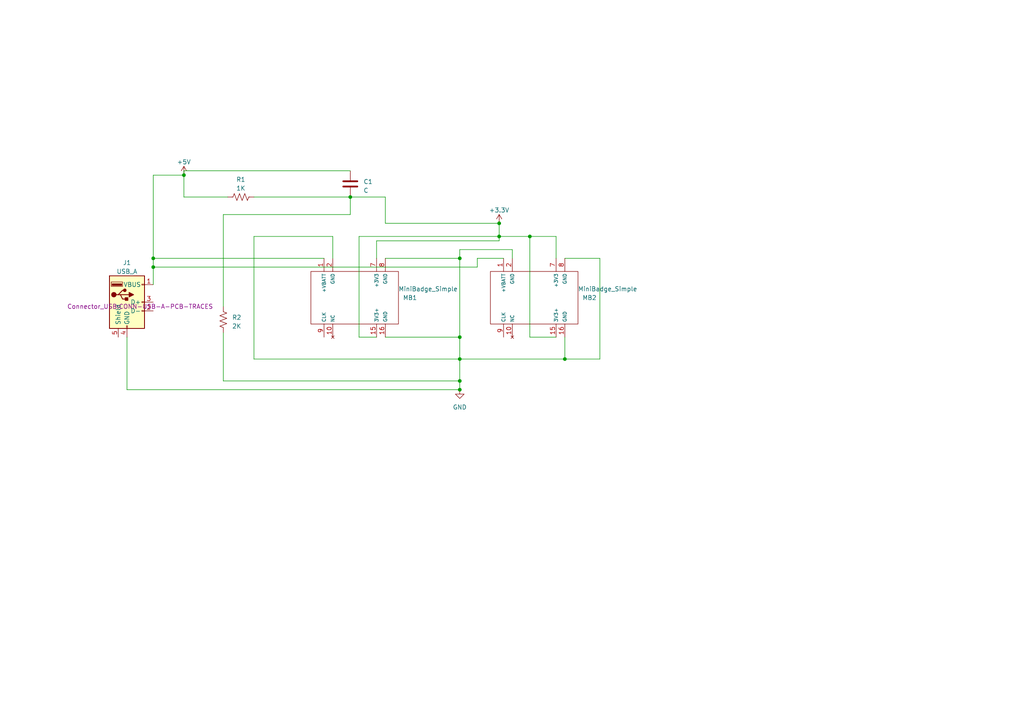
<source format=kicad_sch>
(kicad_sch (version 20230121) (generator eeschema)

  (uuid 88cd3d5f-026e-4019-b22a-b3ae61dfb96c)

  (paper "A4")

  (lib_symbols
    (symbol "Connector:USB_A" (pin_names (offset 1.016)) (in_bom yes) (on_board yes)
      (property "Reference" "J" (at -5.08 11.43 0)
        (effects (font (size 1.27 1.27)) (justify left))
      )
      (property "Value" "USB_A" (at -5.08 8.89 0)
        (effects (font (size 1.27 1.27)) (justify left))
      )
      (property "Footprint" "" (at 3.81 -1.27 0)
        (effects (font (size 1.27 1.27)) hide)
      )
      (property "Datasheet" " ~" (at 3.81 -1.27 0)
        (effects (font (size 1.27 1.27)) hide)
      )
      (property "ki_keywords" "connector USB" (at 0 0 0)
        (effects (font (size 1.27 1.27)) hide)
      )
      (property "ki_description" "USB Type A connector" (at 0 0 0)
        (effects (font (size 1.27 1.27)) hide)
      )
      (property "ki_fp_filters" "USB*" (at 0 0 0)
        (effects (font (size 1.27 1.27)) hide)
      )
      (symbol "USB_A_0_1"
        (rectangle (start -5.08 -7.62) (end 5.08 7.62)
          (stroke (width 0.254) (type default))
          (fill (type background))
        )
        (circle (center -3.81 2.159) (radius 0.635)
          (stroke (width 0.254) (type default))
          (fill (type outline))
        )
        (rectangle (start -1.524 4.826) (end -4.318 5.334)
          (stroke (width 0) (type default))
          (fill (type outline))
        )
        (rectangle (start -1.27 4.572) (end -4.572 5.842)
          (stroke (width 0) (type default))
          (fill (type none))
        )
        (circle (center -0.635 3.429) (radius 0.381)
          (stroke (width 0.254) (type default))
          (fill (type outline))
        )
        (rectangle (start -0.127 -7.62) (end 0.127 -6.858)
          (stroke (width 0) (type default))
          (fill (type none))
        )
        (polyline
          (pts
            (xy -3.175 2.159)
            (xy -2.54 2.159)
            (xy -1.27 3.429)
            (xy -0.635 3.429)
          )
          (stroke (width 0.254) (type default))
          (fill (type none))
        )
        (polyline
          (pts
            (xy -2.54 2.159)
            (xy -1.905 2.159)
            (xy -1.27 0.889)
            (xy 0 0.889)
          )
          (stroke (width 0.254) (type default))
          (fill (type none))
        )
        (polyline
          (pts
            (xy 0.635 2.794)
            (xy 0.635 1.524)
            (xy 1.905 2.159)
            (xy 0.635 2.794)
          )
          (stroke (width 0.254) (type default))
          (fill (type outline))
        )
        (rectangle (start 0.254 1.27) (end -0.508 0.508)
          (stroke (width 0.254) (type default))
          (fill (type outline))
        )
        (rectangle (start 5.08 -2.667) (end 4.318 -2.413)
          (stroke (width 0) (type default))
          (fill (type none))
        )
        (rectangle (start 5.08 -0.127) (end 4.318 0.127)
          (stroke (width 0) (type default))
          (fill (type none))
        )
        (rectangle (start 5.08 4.953) (end 4.318 5.207)
          (stroke (width 0) (type default))
          (fill (type none))
        )
      )
      (symbol "USB_A_1_1"
        (polyline
          (pts
            (xy -1.905 2.159)
            (xy 0.635 2.159)
          )
          (stroke (width 0.254) (type default))
          (fill (type none))
        )
        (pin power_in line (at 7.62 5.08 180) (length 2.54)
          (name "VBUS" (effects (font (size 1.27 1.27))))
          (number "1" (effects (font (size 1.27 1.27))))
        )
        (pin bidirectional line (at 7.62 -2.54 180) (length 2.54)
          (name "D-" (effects (font (size 1.27 1.27))))
          (number "2" (effects (font (size 1.27 1.27))))
        )
        (pin bidirectional line (at 7.62 0 180) (length 2.54)
          (name "D+" (effects (font (size 1.27 1.27))))
          (number "3" (effects (font (size 1.27 1.27))))
        )
        (pin power_in line (at 0 -10.16 90) (length 2.54)
          (name "GND" (effects (font (size 1.27 1.27))))
          (number "4" (effects (font (size 1.27 1.27))))
        )
        (pin passive line (at -2.54 -10.16 90) (length 2.54)
          (name "Shield" (effects (font (size 1.27 1.27))))
          (number "5" (effects (font (size 1.27 1.27))))
        )
      )
    )
    (symbol "Device:C" (pin_numbers hide) (pin_names (offset 0.254)) (in_bom yes) (on_board yes)
      (property "Reference" "C" (at 0.635 2.54 0)
        (effects (font (size 1.27 1.27)) (justify left))
      )
      (property "Value" "C" (at 0.635 -2.54 0)
        (effects (font (size 1.27 1.27)) (justify left))
      )
      (property "Footprint" "" (at 0.9652 -3.81 0)
        (effects (font (size 1.27 1.27)) hide)
      )
      (property "Datasheet" "~" (at 0 0 0)
        (effects (font (size 1.27 1.27)) hide)
      )
      (property "ki_keywords" "cap capacitor" (at 0 0 0)
        (effects (font (size 1.27 1.27)) hide)
      )
      (property "ki_description" "Unpolarized capacitor" (at 0 0 0)
        (effects (font (size 1.27 1.27)) hide)
      )
      (property "ki_fp_filters" "C_*" (at 0 0 0)
        (effects (font (size 1.27 1.27)) hide)
      )
      (symbol "C_0_1"
        (polyline
          (pts
            (xy -2.032 -0.762)
            (xy 2.032 -0.762)
          )
          (stroke (width 0.508) (type default))
          (fill (type none))
        )
        (polyline
          (pts
            (xy -2.032 0.762)
            (xy 2.032 0.762)
          )
          (stroke (width 0.508) (type default))
          (fill (type none))
        )
      )
      (symbol "C_1_1"
        (pin passive line (at 0 3.81 270) (length 2.794)
          (name "~" (effects (font (size 1.27 1.27))))
          (number "1" (effects (font (size 1.27 1.27))))
        )
        (pin passive line (at 0 -3.81 90) (length 2.794)
          (name "~" (effects (font (size 1.27 1.27))))
          (number "2" (effects (font (size 1.27 1.27))))
        )
      )
    )
    (symbol "Device:R_US" (pin_numbers hide) (pin_names (offset 0)) (in_bom yes) (on_board yes)
      (property "Reference" "R" (at 2.54 0 90)
        (effects (font (size 1.27 1.27)))
      )
      (property "Value" "R_US" (at -2.54 0 90)
        (effects (font (size 1.27 1.27)))
      )
      (property "Footprint" "" (at 1.016 -0.254 90)
        (effects (font (size 1.27 1.27)) hide)
      )
      (property "Datasheet" "~" (at 0 0 0)
        (effects (font (size 1.27 1.27)) hide)
      )
      (property "ki_keywords" "R res resistor" (at 0 0 0)
        (effects (font (size 1.27 1.27)) hide)
      )
      (property "ki_description" "Resistor, US symbol" (at 0 0 0)
        (effects (font (size 1.27 1.27)) hide)
      )
      (property "ki_fp_filters" "R_*" (at 0 0 0)
        (effects (font (size 1.27 1.27)) hide)
      )
      (symbol "R_US_0_1"
        (polyline
          (pts
            (xy 0 -2.286)
            (xy 0 -2.54)
          )
          (stroke (width 0) (type default))
          (fill (type none))
        )
        (polyline
          (pts
            (xy 0 2.286)
            (xy 0 2.54)
          )
          (stroke (width 0) (type default))
          (fill (type none))
        )
        (polyline
          (pts
            (xy 0 -0.762)
            (xy 1.016 -1.143)
            (xy 0 -1.524)
            (xy -1.016 -1.905)
            (xy 0 -2.286)
          )
          (stroke (width 0) (type default))
          (fill (type none))
        )
        (polyline
          (pts
            (xy 0 0.762)
            (xy 1.016 0.381)
            (xy 0 0)
            (xy -1.016 -0.381)
            (xy 0 -0.762)
          )
          (stroke (width 0) (type default))
          (fill (type none))
        )
        (polyline
          (pts
            (xy 0 2.286)
            (xy 1.016 1.905)
            (xy 0 1.524)
            (xy -1.016 1.143)
            (xy 0 0.762)
          )
          (stroke (width 0) (type default))
          (fill (type none))
        )
      )
      (symbol "R_US_1_1"
        (pin passive line (at 0 3.81 270) (length 1.27)
          (name "~" (effects (font (size 1.27 1.27))))
          (number "1" (effects (font (size 1.27 1.27))))
        )
        (pin passive line (at 0 -3.81 90) (length 1.27)
          (name "~" (effects (font (size 1.27 1.27))))
          (number "2" (effects (font (size 1.27 1.27))))
        )
      )
    )
    (symbol "MiniBadge:MiniBadge_Simple" (in_bom yes) (on_board yes)
      (property "Reference" "MB" (at 8.89 0 0)
        (effects (font (size 1.27 1.27)))
      )
      (property "Value" "MiniBadge_Simple" (at -10.16 0 0)
        (effects (font (size 1.27 1.27)) (justify left))
      )
      (property "Footprint" "" (at 0 0 0)
        (effects (font (size 1.27 1.27)) hide)
      )
      (property "Datasheet" "" (at 0 0 0)
        (effects (font (size 1.27 1.27)) hide)
      )
      (symbol "MiniBadge_Simple_0_1"
        (rectangle (start -12.7 7.62) (end 12.7 -7.62)
          (stroke (width 0) (type default))
          (fill (type none))
        )
      )
      (symbol "MiniBadge_Simple_1_1"
        (pin power_out line (at -8.89 11.43 270) (length 3.81)
          (name "+VBATT" (effects (font (size 1 1))))
          (number "1" (effects (font (size 1.27 1.27))))
        )
        (pin no_connect line (at -6.35 -11.43 90) (length 3.81)
          (name "NC" (effects (font (size 1 1))))
          (number "10" (effects (font (size 1.27 1.27))))
        )
        (pin power_out line (at 6.35 -11.43 90) (length 3.81)
          (name "3V3+" (effects (font (size 1 1))))
          (number "15" (effects (font (size 1.27 1.27))))
        )
        (pin power_out line (at 8.89 -11.43 90) (length 3.81)
          (name "GND" (effects (font (size 1 1))))
          (number "16" (effects (font (size 1.27 1.27))))
        )
        (pin power_out line (at -6.35 11.43 270) (length 3.81)
          (name "GND" (effects (font (size 1 1))))
          (number "2" (effects (font (size 1.27 1.27))))
        )
        (pin power_out line (at 6.35 11.43 270) (length 3.81)
          (name "+3V3" (effects (font (size 1 1))))
          (number "7" (effects (font (size 1.27 1.27))))
        )
        (pin power_out line (at 8.89 11.43 270) (length 3.81)
          (name "GND" (effects (font (size 1 1))))
          (number "8" (effects (font (size 1.27 1.27))))
        )
        (pin output line (at -8.89 -11.43 90) (length 3.81)
          (name "CLK" (effects (font (size 1 1))))
          (number "9" (effects (font (size 1.27 1.27))))
        )
      )
    )
    (symbol "power:+3.3V" (power) (pin_names (offset 0)) (in_bom yes) (on_board yes)
      (property "Reference" "#PWR" (at 0 -3.81 0)
        (effects (font (size 1.27 1.27)) hide)
      )
      (property "Value" "+3.3V" (at 0 3.556 0)
        (effects (font (size 1.27 1.27)))
      )
      (property "Footprint" "" (at 0 0 0)
        (effects (font (size 1.27 1.27)) hide)
      )
      (property "Datasheet" "" (at 0 0 0)
        (effects (font (size 1.27 1.27)) hide)
      )
      (property "ki_keywords" "global power" (at 0 0 0)
        (effects (font (size 1.27 1.27)) hide)
      )
      (property "ki_description" "Power symbol creates a global label with name \"+3.3V\"" (at 0 0 0)
        (effects (font (size 1.27 1.27)) hide)
      )
      (symbol "+3.3V_0_1"
        (polyline
          (pts
            (xy -0.762 1.27)
            (xy 0 2.54)
          )
          (stroke (width 0) (type default))
          (fill (type none))
        )
        (polyline
          (pts
            (xy 0 0)
            (xy 0 2.54)
          )
          (stroke (width 0) (type default))
          (fill (type none))
        )
        (polyline
          (pts
            (xy 0 2.54)
            (xy 0.762 1.27)
          )
          (stroke (width 0) (type default))
          (fill (type none))
        )
      )
      (symbol "+3.3V_1_1"
        (pin power_in line (at 0 0 90) (length 0) hide
          (name "+3.3V" (effects (font (size 1.27 1.27))))
          (number "1" (effects (font (size 1.27 1.27))))
        )
      )
    )
    (symbol "power:+5V" (power) (pin_names (offset 0)) (in_bom yes) (on_board yes)
      (property "Reference" "#PWR" (at 0 -3.81 0)
        (effects (font (size 1.27 1.27)) hide)
      )
      (property "Value" "+5V" (at 0 3.556 0)
        (effects (font (size 1.27 1.27)))
      )
      (property "Footprint" "" (at 0 0 0)
        (effects (font (size 1.27 1.27)) hide)
      )
      (property "Datasheet" "" (at 0 0 0)
        (effects (font (size 1.27 1.27)) hide)
      )
      (property "ki_keywords" "global power" (at 0 0 0)
        (effects (font (size 1.27 1.27)) hide)
      )
      (property "ki_description" "Power symbol creates a global label with name \"+5V\"" (at 0 0 0)
        (effects (font (size 1.27 1.27)) hide)
      )
      (symbol "+5V_0_1"
        (polyline
          (pts
            (xy -0.762 1.27)
            (xy 0 2.54)
          )
          (stroke (width 0) (type default))
          (fill (type none))
        )
        (polyline
          (pts
            (xy 0 0)
            (xy 0 2.54)
          )
          (stroke (width 0) (type default))
          (fill (type none))
        )
        (polyline
          (pts
            (xy 0 2.54)
            (xy 0.762 1.27)
          )
          (stroke (width 0) (type default))
          (fill (type none))
        )
      )
      (symbol "+5V_1_1"
        (pin power_in line (at 0 0 90) (length 0) hide
          (name "+5V" (effects (font (size 1.27 1.27))))
          (number "1" (effects (font (size 1.27 1.27))))
        )
      )
    )
    (symbol "power:GND" (power) (pin_names (offset 0)) (in_bom yes) (on_board yes)
      (property "Reference" "#PWR" (at 0 -6.35 0)
        (effects (font (size 1.27 1.27)) hide)
      )
      (property "Value" "GND" (at 0 -3.81 0)
        (effects (font (size 1.27 1.27)))
      )
      (property "Footprint" "" (at 0 0 0)
        (effects (font (size 1.27 1.27)) hide)
      )
      (property "Datasheet" "" (at 0 0 0)
        (effects (font (size 1.27 1.27)) hide)
      )
      (property "ki_keywords" "global power" (at 0 0 0)
        (effects (font (size 1.27 1.27)) hide)
      )
      (property "ki_description" "Power symbol creates a global label with name \"GND\" , ground" (at 0 0 0)
        (effects (font (size 1.27 1.27)) hide)
      )
      (symbol "GND_0_1"
        (polyline
          (pts
            (xy 0 0)
            (xy 0 -1.27)
            (xy 1.27 -1.27)
            (xy 0 -2.54)
            (xy -1.27 -1.27)
            (xy 0 -1.27)
          )
          (stroke (width 0) (type default))
          (fill (type none))
        )
      )
      (symbol "GND_1_1"
        (pin power_in line (at 0 0 270) (length 0) hide
          (name "GND" (effects (font (size 1.27 1.27))))
          (number "1" (effects (font (size 1.27 1.27))))
        )
      )
    )
  )

  (junction (at 133.35 97.79) (diameter 0) (color 0 0 0 0)
    (uuid 0aa5151e-a5cd-46c0-b190-b4d107d3182c)
  )
  (junction (at 44.45 74.93) (diameter 0) (color 0 0 0 0)
    (uuid 1153d800-0641-441a-a0a8-fbcf8fea8fa5)
  )
  (junction (at 44.45 77.47) (diameter 0) (color 0 0 0 0)
    (uuid 23dac954-9bb0-4def-b9bb-71b87ec6995b)
  )
  (junction (at 133.35 110.49) (diameter 0) (color 0 0 0 0)
    (uuid 2712d528-a891-45ee-9029-c425e701ff13)
  )
  (junction (at 133.35 74.93) (diameter 0) (color 0 0 0 0)
    (uuid 3432df2a-5619-442f-9d08-dee6ac61c332)
  )
  (junction (at 144.78 68.58) (diameter 0) (color 0 0 0 0)
    (uuid 37dc305e-808b-4f13-8dc8-60e346482ca4)
  )
  (junction (at 163.83 104.14) (diameter 0) (color 0 0 0 0)
    (uuid 564c9c22-6e50-44bd-b6e1-729a3497cb57)
  )
  (junction (at 144.78 64.77) (diameter 0) (color 0 0 0 0)
    (uuid 6fea2589-ab98-4406-9a55-349726dd1f2d)
  )
  (junction (at 133.35 113.03) (diameter 0) (color 0 0 0 0)
    (uuid a8dbe0ad-2787-4dc2-92da-5cfbb471b1fa)
  )
  (junction (at 153.67 68.58) (diameter 0) (color 0 0 0 0)
    (uuid b74345a3-c8ed-4b85-a0b1-acab723a4e48)
  )
  (junction (at 101.6 57.15) (diameter 0) (color 0 0 0 0)
    (uuid bae84509-0cfa-4db6-8e7a-8ca6be48a441)
  )
  (junction (at 133.35 104.14) (diameter 0) (color 0 0 0 0)
    (uuid c2729d0b-0d73-46de-b4b1-f52af6cdab98)
  )
  (junction (at 53.34 50.8) (diameter 0) (color 0 0 0 0)
    (uuid fcbb3d43-849a-4b89-88b7-f6e3acf41a44)
  )

  (wire (pts (xy 133.35 72.39) (xy 133.35 74.93))
    (stroke (width 0) (type default))
    (uuid 04d6ef48-a4b1-457a-b424-a3c6a182853f)
  )
  (wire (pts (xy 44.45 74.93) (xy 93.98 74.93))
    (stroke (width 0) (type default))
    (uuid 05e988f5-51fa-48fb-ac4d-5fe096b1fb8c)
  )
  (wire (pts (xy 109.22 69.85) (xy 109.22 74.93))
    (stroke (width 0) (type default))
    (uuid 0bbdf707-25e7-4a7c-89c8-428fe4d36f6d)
  )
  (wire (pts (xy 73.66 57.15) (xy 101.6 57.15))
    (stroke (width 0) (type default))
    (uuid 0d4240e2-eceb-4403-87d3-4bf8a17bcbc2)
  )
  (wire (pts (xy 36.83 113.03) (xy 133.35 113.03))
    (stroke (width 0) (type default))
    (uuid 0ecefef4-4db1-4c5a-9701-13268f33979d)
  )
  (wire (pts (xy 173.99 74.93) (xy 173.99 104.14))
    (stroke (width 0) (type default))
    (uuid 15e88069-2cde-4788-9ee3-586402ce8153)
  )
  (wire (pts (xy 161.29 74.93) (xy 161.29 68.58))
    (stroke (width 0) (type default))
    (uuid 205735c5-6891-4f22-be8f-0cd4ff4040f8)
  )
  (wire (pts (xy 163.83 74.93) (xy 173.99 74.93))
    (stroke (width 0) (type default))
    (uuid 24ed8e2d-19f6-4449-b474-25c9dab9427b)
  )
  (wire (pts (xy 73.66 68.58) (xy 73.66 104.14))
    (stroke (width 0) (type default))
    (uuid 277dee4b-f845-4e65-b9b6-7d6ad5c7f47e)
  )
  (wire (pts (xy 163.83 104.14) (xy 173.99 104.14))
    (stroke (width 0) (type default))
    (uuid 2eae5ce2-7788-4f6a-b62c-b0d9d4104f5e)
  )
  (wire (pts (xy 138.43 77.47) (xy 44.45 77.47))
    (stroke (width 0) (type default))
    (uuid 321615ba-c35a-4b61-b8ed-e9f12f3a763c)
  )
  (wire (pts (xy 44.45 77.47) (xy 44.45 74.93))
    (stroke (width 0) (type default))
    (uuid 34827441-6e15-4fa6-90aa-887fbd02173f)
  )
  (wire (pts (xy 153.67 68.58) (xy 161.29 68.58))
    (stroke (width 0) (type default))
    (uuid 357f190e-be37-4921-9d04-4ce6d7db857a)
  )
  (wire (pts (xy 96.52 68.58) (xy 73.66 68.58))
    (stroke (width 0) (type default))
    (uuid 3612b315-9e12-4263-b252-723301195418)
  )
  (wire (pts (xy 44.45 74.93) (xy 44.45 50.8))
    (stroke (width 0) (type default))
    (uuid 36e3bc7a-8b7c-495a-b1b7-dddaa7a20bc8)
  )
  (wire (pts (xy 148.59 72.39) (xy 133.35 72.39))
    (stroke (width 0) (type default))
    (uuid 3e7f2643-220d-4634-af6d-fa61ab49b62b)
  )
  (wire (pts (xy 144.78 64.77) (xy 111.76 64.77))
    (stroke (width 0) (type default))
    (uuid 3fc74b8d-e1bd-4b0d-a3a7-5ba6e1d3c2e7)
  )
  (wire (pts (xy 133.35 104.14) (xy 133.35 110.49))
    (stroke (width 0) (type default))
    (uuid 4558ee69-daa4-4911-9d53-8cab13669747)
  )
  (wire (pts (xy 53.34 49.53) (xy 53.34 50.8))
    (stroke (width 0) (type default))
    (uuid 4bf4a69e-8597-40b2-b72b-2e5bd2265ccd)
  )
  (wire (pts (xy 53.34 50.8) (xy 53.34 57.15))
    (stroke (width 0) (type default))
    (uuid 4d1f7623-c1d3-4a0e-89af-a0033578e29c)
  )
  (wire (pts (xy 153.67 97.79) (xy 161.29 97.79))
    (stroke (width 0) (type default))
    (uuid 4feaf20c-cdff-4716-93bd-35e4a8a013fa)
  )
  (wire (pts (xy 133.35 97.79) (xy 133.35 104.14))
    (stroke (width 0) (type default))
    (uuid 5a50f54f-f57d-49a7-8851-261908f66b60)
  )
  (wire (pts (xy 144.78 64.77) (xy 144.78 68.58))
    (stroke (width 0) (type default))
    (uuid 622757b4-5665-4ca8-b44f-8750cf74596e)
  )
  (wire (pts (xy 101.6 49.53) (xy 53.34 49.53))
    (stroke (width 0) (type default))
    (uuid 6412aded-69e1-40f1-98e5-4725f9495b27)
  )
  (wire (pts (xy 146.05 74.93) (xy 138.43 74.93))
    (stroke (width 0) (type default))
    (uuid 7f62a621-9842-4d67-90ea-9428d5b8a088)
  )
  (wire (pts (xy 64.77 96.52) (xy 64.77 110.49))
    (stroke (width 0) (type default))
    (uuid 81dac6b6-7093-491f-800b-ddf3fb964f71)
  )
  (wire (pts (xy 96.52 74.93) (xy 96.52 68.58))
    (stroke (width 0) (type default))
    (uuid 8b776876-978d-46da-9ad0-5ecfab8978b5)
  )
  (wire (pts (xy 144.78 68.58) (xy 153.67 68.58))
    (stroke (width 0) (type default))
    (uuid 90b1120d-e435-429b-b547-1e0a310f9095)
  )
  (wire (pts (xy 101.6 62.23) (xy 101.6 57.15))
    (stroke (width 0) (type default))
    (uuid 915ad091-d8da-441f-b85f-7cb1012b897b)
  )
  (wire (pts (xy 111.76 97.79) (xy 133.35 97.79))
    (stroke (width 0) (type default))
    (uuid 93e535db-7dd4-45c9-9980-d5eb24949cb5)
  )
  (wire (pts (xy 111.76 74.93) (xy 133.35 74.93))
    (stroke (width 0) (type default))
    (uuid 9ee17302-4aa1-4f7d-aff6-49e71a39738e)
  )
  (wire (pts (xy 64.77 88.9) (xy 64.77 62.23))
    (stroke (width 0) (type default))
    (uuid b71d145c-6366-4966-98bc-b636099490b4)
  )
  (wire (pts (xy 144.78 68.58) (xy 144.78 69.85))
    (stroke (width 0) (type default))
    (uuid be66f764-0c0d-4e47-b8c7-c736d9cecb50)
  )
  (wire (pts (xy 64.77 62.23) (xy 101.6 62.23))
    (stroke (width 0) (type default))
    (uuid c033b4bb-0222-4f07-8c95-2af7109925a9)
  )
  (wire (pts (xy 44.45 82.55) (xy 44.45 77.47))
    (stroke (width 0) (type default))
    (uuid c2eee708-e0b8-44d4-b3df-70aa4b1aeee1)
  )
  (wire (pts (xy 64.77 110.49) (xy 133.35 110.49))
    (stroke (width 0) (type default))
    (uuid c898d8c1-e8b3-4ddf-9ecd-f52f80fbf757)
  )
  (wire (pts (xy 104.14 68.58) (xy 144.78 68.58))
    (stroke (width 0) (type default))
    (uuid ca3588de-9fb5-4b03-a3b4-307028ecc8b4)
  )
  (wire (pts (xy 163.83 97.79) (xy 163.83 104.14))
    (stroke (width 0) (type default))
    (uuid cf3733f6-086a-4e8d-8255-d8ed71629ba0)
  )
  (wire (pts (xy 104.14 97.79) (xy 104.14 68.58))
    (stroke (width 0) (type default))
    (uuid d2f07f8c-246e-4d05-bcb1-8c14e3b890dc)
  )
  (wire (pts (xy 111.76 57.15) (xy 101.6 57.15))
    (stroke (width 0) (type default))
    (uuid d331127f-1608-4f8e-a8d6-47a48263de8a)
  )
  (wire (pts (xy 153.67 97.79) (xy 153.67 68.58))
    (stroke (width 0) (type default))
    (uuid d47ff60e-7531-47d4-8ff8-b0b321a8c400)
  )
  (wire (pts (xy 53.34 57.15) (xy 66.04 57.15))
    (stroke (width 0) (type default))
    (uuid d86fea6a-438f-49c6-88f3-90cc478bfecf)
  )
  (wire (pts (xy 148.59 74.93) (xy 148.59 72.39))
    (stroke (width 0) (type default))
    (uuid d8bb2b2f-8b3c-45cd-ac14-dbbc799e3eaa)
  )
  (wire (pts (xy 133.35 104.14) (xy 163.83 104.14))
    (stroke (width 0) (type default))
    (uuid dc589e16-8ed5-41da-9b0a-8de07083f9f2)
  )
  (wire (pts (xy 111.76 64.77) (xy 111.76 57.15))
    (stroke (width 0) (type default))
    (uuid e6d772f4-2a88-4d09-a689-67a0279d454b)
  )
  (wire (pts (xy 138.43 74.93) (xy 138.43 77.47))
    (stroke (width 0) (type default))
    (uuid eb8d210c-b0a9-4952-a087-6c1e613cac8a)
  )
  (wire (pts (xy 133.35 74.93) (xy 133.35 97.79))
    (stroke (width 0) (type default))
    (uuid ee60bd8b-98a7-43e2-bf86-098998be123e)
  )
  (wire (pts (xy 144.78 69.85) (xy 109.22 69.85))
    (stroke (width 0) (type default))
    (uuid f05f0e99-210a-4b1a-b70e-b682410b65d2)
  )
  (wire (pts (xy 36.83 97.79) (xy 36.83 113.03))
    (stroke (width 0) (type default))
    (uuid f43b5415-a6d1-4dd7-9b83-0d059bcedc45)
  )
  (wire (pts (xy 44.45 50.8) (xy 53.34 50.8))
    (stroke (width 0) (type default))
    (uuid f8443888-f2c9-4511-9a6b-8eed0344f80f)
  )
  (wire (pts (xy 109.22 97.79) (xy 104.14 97.79))
    (stroke (width 0) (type default))
    (uuid fbdee869-d41c-4461-aced-f860d2aab34d)
  )
  (wire (pts (xy 133.35 110.49) (xy 133.35 113.03))
    (stroke (width 0) (type default))
    (uuid fbf83eaa-d2d8-4064-a034-00f304d1bd66)
  )
  (wire (pts (xy 73.66 104.14) (xy 133.35 104.14))
    (stroke (width 0) (type default))
    (uuid fdd5c359-50c1-4ba1-b25f-2a9effdf59fc)
  )

  (symbol (lib_id "Connector:USB_A") (at 36.83 87.63 0) (unit 1)
    (in_bom yes) (on_board yes) (dnp no) (fields_autoplaced)
    (uuid 22192683-dedc-4b7e-bb93-02ee1b3f7b1b)
    (property "Reference" "J1" (at 36.83 76.2 0)
      (effects (font (size 1.27 1.27)))
    )
    (property "Value" "USB_A" (at 36.83 78.74 0)
      (effects (font (size 1.27 1.27)))
    )
    (property "Footprint" "Connector_USB:CONN-USB-A-PCB-TRACES" (at 40.64 88.9 0)
      (effects (font (size 1.27 1.27)))
    )
    (property "Datasheet" " ~" (at 40.64 88.9 0)
      (effects (font (size 1.27 1.27)) hide)
    )
    (pin "1" (uuid 3e28ad26-380b-435b-840d-671defec6cf5))
    (pin "2" (uuid 0699f2df-36db-4041-9d92-63935dbd7602))
    (pin "3" (uuid 054b3642-9209-4d2a-becd-85213c68144a))
    (pin "4" (uuid ce6eade3-0726-4b58-bfcb-9e77e927ad9f))
    (pin "5" (uuid ffdc6013-b2a0-4421-9f7a-b45631aabcf7))
    (instances
      (project "MiniBadgeUSBmount"
        (path "/88cd3d5f-026e-4019-b22a-b3ae61dfb96c"
          (reference "J1") (unit 1)
        )
      )
    )
  )

  (symbol (lib_id "Device:C") (at 101.6 53.34 0) (unit 1)
    (in_bom yes) (on_board yes) (dnp no) (fields_autoplaced)
    (uuid 23dc3079-c120-4c3f-b8ad-d066b7bc2f3a)
    (property "Reference" "C1" (at 105.41 52.705 0)
      (effects (font (size 1.27 1.27)) (justify left))
    )
    (property "Value" "C" (at 105.41 55.245 0)
      (effects (font (size 1.27 1.27)) (justify left))
    )
    (property "Footprint" "Capacitor_THT:C_Disc_D7.5mm_W5.0mm_P5.00mm" (at 102.5652 57.15 0)
      (effects (font (size 1.27 1.27)) hide)
    )
    (property "Datasheet" "~" (at 101.6 53.34 0)
      (effects (font (size 1.27 1.27)) hide)
    )
    (pin "1" (uuid 1986649e-c94e-4c0e-a44a-8b3ae77e9c98))
    (pin "2" (uuid d4b8058c-5024-455d-86f7-7574fcca8a2e))
    (instances
      (project "MiniBadgeUSBmount"
        (path "/88cd3d5f-026e-4019-b22a-b3ae61dfb96c"
          (reference "C1") (unit 1)
        )
      )
    )
  )

  (symbol (lib_id "Device:R_US") (at 69.85 57.15 90) (unit 1)
    (in_bom yes) (on_board yes) (dnp no) (fields_autoplaced)
    (uuid 2e4a12d1-fa09-46d3-a5ef-5fd82b355b26)
    (property "Reference" "R1" (at 69.85 52.07 90)
      (effects (font (size 1.27 1.27)))
    )
    (property "Value" "1K" (at 69.85 54.61 90)
      (effects (font (size 1.27 1.27)))
    )
    (property "Footprint" "Resistor_THT:R_Axial_DIN0207_L6.3mm_D2.5mm_P10.16mm_Horizontal" (at 70.104 56.134 90)
      (effects (font (size 1.27 1.27)) hide)
    )
    (property "Datasheet" "~" (at 69.85 57.15 0)
      (effects (font (size 1.27 1.27)) hide)
    )
    (pin "1" (uuid 14200bdf-12a5-4170-b62a-71b353cef13f))
    (pin "2" (uuid a16e0766-9327-4e2b-83b7-42f4db9daba6))
    (instances
      (project "MiniBadgeUSBmount"
        (path "/88cd3d5f-026e-4019-b22a-b3ae61dfb96c"
          (reference "R1") (unit 1)
        )
      )
    )
  )

  (symbol (lib_id "power:+5V") (at 53.34 50.8 0) (unit 1)
    (in_bom yes) (on_board yes) (dnp no) (fields_autoplaced)
    (uuid 46ed2158-11c6-4f0c-948b-e39257fd29c9)
    (property "Reference" "#PWR03" (at 53.34 54.61 0)
      (effects (font (size 1.27 1.27)) hide)
    )
    (property "Value" "+5V" (at 53.34 46.99 0)
      (effects (font (size 1.27 1.27)))
    )
    (property "Footprint" "" (at 53.34 50.8 0)
      (effects (font (size 1.27 1.27)) hide)
    )
    (property "Datasheet" "" (at 53.34 50.8 0)
      (effects (font (size 1.27 1.27)) hide)
    )
    (pin "1" (uuid 0164c1c8-3ba3-4d3e-819f-dfcc4cc896d1))
    (instances
      (project "MiniBadgeUSBmount"
        (path "/88cd3d5f-026e-4019-b22a-b3ae61dfb96c"
          (reference "#PWR03") (unit 1)
        )
      )
    )
  )

  (symbol (lib_id "MiniBadge:MiniBadge_Simple") (at 102.87 86.36 0) (unit 1)
    (in_bom yes) (on_board yes) (dnp no)
    (uuid 477ecd89-f4fa-4dfe-9833-dfc5359e9f59)
    (property "Reference" "MB1" (at 116.84 86.36 0)
      (effects (font (size 1.27 1.27)) (justify left))
    )
    (property "Value" "MiniBadge_Simple" (at 115.57 83.82 0)
      (effects (font (size 1.27 1.27)) (justify left))
    )
    (property "Footprint" "MiniBadge:MiniBadge_Simple_NoEdges" (at 102.87 86.36 0)
      (effects (font (size 1.27 1.27)) hide)
    )
    (property "Datasheet" "" (at 102.87 86.36 0)
      (effects (font (size 1.27 1.27)) hide)
    )
    (pin "1" (uuid 69345fa7-27cb-43f2-81cc-5394ce0af3b2))
    (pin "10" (uuid 7ba0347a-9014-41ec-8fd0-3a5f7459e888))
    (pin "15" (uuid 43eabd70-aacf-4c84-a67e-bcfad2ead837))
    (pin "16" (uuid 60aa189f-9c92-410c-8cdb-19734da6ab28))
    (pin "2" (uuid 336eeadb-d4ff-4cd5-bd4b-3d9f99bfc42d))
    (pin "7" (uuid 6c006be8-527d-4e77-981c-79adbdb633ec))
    (pin "8" (uuid dd0868f2-e5b9-4a79-b713-154d33f242a5))
    (pin "9" (uuid a52f2fad-d9ed-4b12-bd04-07769cbc070e))
    (instances
      (project "MiniBadgeUSBmount"
        (path "/88cd3d5f-026e-4019-b22a-b3ae61dfb96c"
          (reference "MB1") (unit 1)
        )
      )
    )
  )

  (symbol (lib_id "power:GND") (at 133.35 113.03 0) (unit 1)
    (in_bom yes) (on_board yes) (dnp no)
    (uuid 603e1632-4e20-42f9-8f1c-8f3c3902f9cd)
    (property "Reference" "#PWR01" (at 133.35 119.38 0)
      (effects (font (size 1.27 1.27)) hide)
    )
    (property "Value" "GND" (at 133.35 118.11 0)
      (effects (font (size 1.27 1.27)))
    )
    (property "Footprint" "" (at 133.35 113.03 0)
      (effects (font (size 1.27 1.27)) hide)
    )
    (property "Datasheet" "" (at 133.35 113.03 0)
      (effects (font (size 1.27 1.27)) hide)
    )
    (pin "1" (uuid b1124623-7e25-4c54-b577-9ff72ef0bd2a))
    (instances
      (project "MiniBadgeUSBmount"
        (path "/88cd3d5f-026e-4019-b22a-b3ae61dfb96c"
          (reference "#PWR01") (unit 1)
        )
      )
    )
  )

  (symbol (lib_id "Device:R_US") (at 64.77 92.71 180) (unit 1)
    (in_bom yes) (on_board yes) (dnp no) (fields_autoplaced)
    (uuid 663f4a1f-2b3f-4059-9d70-f15f3d026d1e)
    (property "Reference" "R2" (at 67.31 92.075 0)
      (effects (font (size 1.27 1.27)) (justify right))
    )
    (property "Value" "2K" (at 67.31 94.615 0)
      (effects (font (size 1.27 1.27)) (justify right))
    )
    (property "Footprint" "Resistor_THT:R_Axial_DIN0207_L6.3mm_D2.5mm_P10.16mm_Horizontal" (at 63.754 92.456 90)
      (effects (font (size 1.27 1.27)) hide)
    )
    (property "Datasheet" "~" (at 64.77 92.71 0)
      (effects (font (size 1.27 1.27)) hide)
    )
    (pin "1" (uuid 9f571f47-ce32-4e74-9fb6-b764ec42fce1))
    (pin "2" (uuid 9ebc210a-6eca-46c8-a594-81ff9c4c7055))
    (instances
      (project "MiniBadgeUSBmount"
        (path "/88cd3d5f-026e-4019-b22a-b3ae61dfb96c"
          (reference "R2") (unit 1)
        )
      )
    )
  )

  (symbol (lib_id "MiniBadge:MiniBadge_Simple") (at 154.94 86.36 0) (unit 1)
    (in_bom yes) (on_board yes) (dnp no)
    (uuid c2a213ec-1b96-4d44-8e5a-d2058ebc1cf7)
    (property "Reference" "MB2" (at 168.91 86.36 0)
      (effects (font (size 1.27 1.27)) (justify left))
    )
    (property "Value" "MiniBadge_Simple" (at 167.64 83.82 0)
      (effects (font (size 1.27 1.27)) (justify left))
    )
    (property "Footprint" "MiniBadge:MiniBadge_Simple_NoEdges" (at 154.94 86.36 0)
      (effects (font (size 1.27 1.27)) hide)
    )
    (property "Datasheet" "" (at 154.94 86.36 0)
      (effects (font (size 1.27 1.27)) hide)
    )
    (pin "1" (uuid 103b5f65-cd00-4a2d-ba25-6e1cb3de22da))
    (pin "10" (uuid f81aa69d-d029-4fdc-912a-ad6665413186))
    (pin "15" (uuid 6edd7cf9-cf9c-431a-a455-52c0729478d9))
    (pin "16" (uuid c68ffbb4-a764-4a2b-94fc-17c6ad9a3d30))
    (pin "2" (uuid 3b741f79-3acc-4565-a30a-f88377949e52))
    (pin "7" (uuid b6041a2a-1539-48a8-a9b1-eb3207863f8a))
    (pin "8" (uuid 90092e13-c8ab-4650-83e3-4499b9399c64))
    (pin "9" (uuid 4f58da66-0b3f-4007-a4df-8ef185a72e84))
    (instances
      (project "MiniBadgeUSBmount"
        (path "/88cd3d5f-026e-4019-b22a-b3ae61dfb96c"
          (reference "MB2") (unit 1)
        )
      )
    )
  )

  (symbol (lib_id "power:+3.3V") (at 144.78 64.77 0) (unit 1)
    (in_bom yes) (on_board yes) (dnp no) (fields_autoplaced)
    (uuid ecfeefdf-5c97-47a4-8bda-033bfeba7cf4)
    (property "Reference" "#PWR02" (at 144.78 68.58 0)
      (effects (font (size 1.27 1.27)) hide)
    )
    (property "Value" "+3.3V" (at 144.78 60.96 0)
      (effects (font (size 1.27 1.27)))
    )
    (property "Footprint" "" (at 144.78 64.77 0)
      (effects (font (size 1.27 1.27)) hide)
    )
    (property "Datasheet" "" (at 144.78 64.77 0)
      (effects (font (size 1.27 1.27)) hide)
    )
    (pin "1" (uuid a408842a-83d0-476b-931b-e63bace6d1fb))
    (instances
      (project "MiniBadgeUSBmount"
        (path "/88cd3d5f-026e-4019-b22a-b3ae61dfb96c"
          (reference "#PWR02") (unit 1)
        )
      )
    )
  )

  (sheet_instances
    (path "/" (page "1"))
  )
)

</source>
